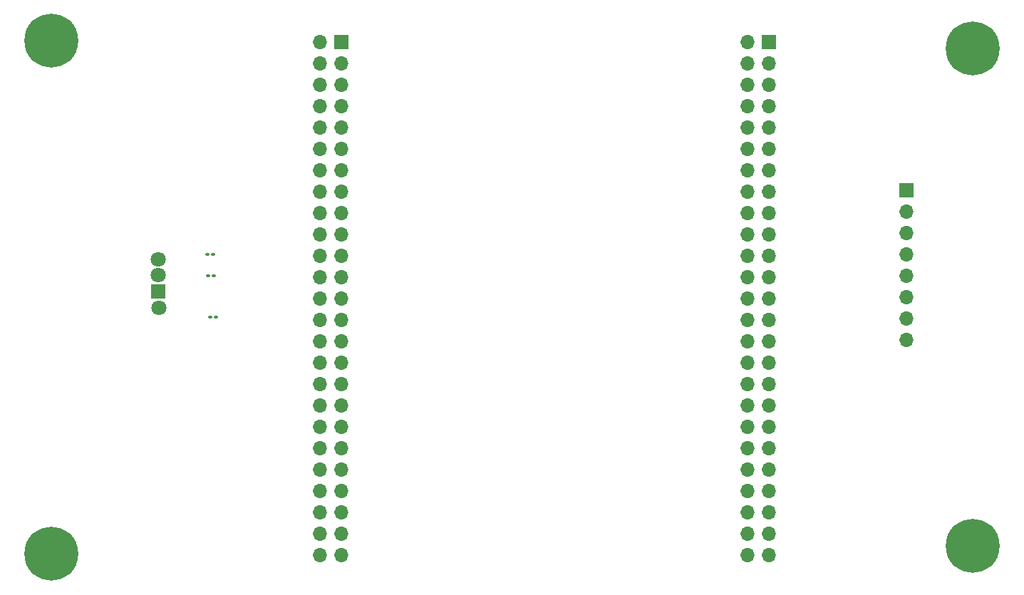
<source format=gbr>
%TF.GenerationSoftware,KiCad,Pcbnew,7.0.2*%
%TF.CreationDate,2023-05-29T16:26:06-06:00*%
%TF.ProjectId,PCB_Design,5043425f-4465-4736-9967-6e2e6b696361,rev?*%
%TF.SameCoordinates,Original*%
%TF.FileFunction,Soldermask,Top*%
%TF.FilePolarity,Negative*%
%FSLAX46Y46*%
G04 Gerber Fmt 4.6, Leading zero omitted, Abs format (unit mm)*
G04 Created by KiCad (PCBNEW 7.0.2) date 2023-05-29 16:26:06*
%MOMM*%
%LPD*%
G01*
G04 APERTURE LIST*
G04 Aperture macros list*
%AMRoundRect*
0 Rectangle with rounded corners*
0 $1 Rounding radius*
0 $2 $3 $4 $5 $6 $7 $8 $9 X,Y pos of 4 corners*
0 Add a 4 corners polygon primitive as box body*
4,1,4,$2,$3,$4,$5,$6,$7,$8,$9,$2,$3,0*
0 Add four circle primitives for the rounded corners*
1,1,$1+$1,$2,$3*
1,1,$1+$1,$4,$5*
1,1,$1+$1,$6,$7*
1,1,$1+$1,$8,$9*
0 Add four rect primitives between the rounded corners*
20,1,$1+$1,$2,$3,$4,$5,0*
20,1,$1+$1,$4,$5,$6,$7,0*
20,1,$1+$1,$6,$7,$8,$9,0*
20,1,$1+$1,$8,$9,$2,$3,0*%
G04 Aperture macros list end*
%ADD10R,1.700000X1.700000*%
%ADD11O,1.700000X1.700000*%
%ADD12C,6.400000*%
%ADD13RoundRect,0.100000X0.130000X0.100000X-0.130000X0.100000X-0.130000X-0.100000X0.130000X-0.100000X0*%
%ADD14R,1.800000X1.800000*%
%ADD15C,1.800000*%
G04 APERTURE END LIST*
D10*
%TO.C,J2*%
X161452400Y-42036200D03*
D11*
X158912400Y-42036200D03*
X161452400Y-44576200D03*
X158912400Y-44576200D03*
X161452400Y-47116200D03*
X158912400Y-47116200D03*
X161452400Y-49656200D03*
X158912400Y-49656200D03*
X161452400Y-52196200D03*
X158912400Y-52196200D03*
X161452400Y-54736200D03*
X158912400Y-54736200D03*
X161452400Y-57276200D03*
X158912400Y-57276200D03*
X161452400Y-59816200D03*
X158912400Y-59816200D03*
X161452400Y-62356200D03*
X158912400Y-62356200D03*
X161452400Y-64896200D03*
X158912400Y-64896200D03*
X161452400Y-67436200D03*
X158912400Y-67436200D03*
X161452400Y-69976200D03*
X158912400Y-69976200D03*
X161452400Y-72516200D03*
X158912400Y-72516200D03*
X161452400Y-75056200D03*
X158912400Y-75056200D03*
X161452400Y-77596200D03*
X158912400Y-77596200D03*
X161452400Y-80136200D03*
X158912400Y-80136200D03*
X161452400Y-82676200D03*
X158912400Y-82676200D03*
X161452400Y-85216200D03*
X158912400Y-85216200D03*
X161452400Y-87756200D03*
X158912400Y-87756200D03*
X161452400Y-90296200D03*
X158912400Y-90296200D03*
X161452400Y-92836200D03*
X158912400Y-92836200D03*
X161452400Y-95376200D03*
X158912400Y-95376200D03*
X161452400Y-97916200D03*
X158912400Y-97916200D03*
X161452400Y-100456200D03*
X158912400Y-100456200D03*
X161452400Y-102996200D03*
X158912400Y-102996200D03*
%TD*%
D12*
%TO.C,H3*%
X185699400Y-101879400D03*
%TD*%
D13*
%TO.C,R2*%
X95480784Y-69850000D03*
X94840784Y-69850000D03*
%TD*%
%TO.C,R1*%
X95718789Y-74748890D03*
X95078789Y-74748890D03*
%TD*%
D10*
%TO.C,J1*%
X110662400Y-42016200D03*
D11*
X108122400Y-42016200D03*
X110662400Y-44556200D03*
X108122400Y-44556200D03*
X110662400Y-47096200D03*
X108122400Y-47096200D03*
X110662400Y-49636200D03*
X108122400Y-49636200D03*
X110662400Y-52176200D03*
X108122400Y-52176200D03*
X110662400Y-54716200D03*
X108122400Y-54716200D03*
X110662400Y-57256200D03*
X108122400Y-57256200D03*
X110662400Y-59796200D03*
X108122400Y-59796200D03*
X110662400Y-62336200D03*
X108122400Y-62336200D03*
X110662400Y-64876200D03*
X108122400Y-64876200D03*
X110662400Y-67416200D03*
X108122400Y-67416200D03*
X110662400Y-69956200D03*
X108122400Y-69956200D03*
X110662400Y-72496200D03*
X108122400Y-72496200D03*
X110662400Y-75036200D03*
X108122400Y-75036200D03*
X110662400Y-77576200D03*
X108122400Y-77576200D03*
X110662400Y-80116200D03*
X108122400Y-80116200D03*
X110662400Y-82656200D03*
X108122400Y-82656200D03*
X110662400Y-85196200D03*
X108122400Y-85196200D03*
X110662400Y-87736200D03*
X108122400Y-87736200D03*
X110662400Y-90276200D03*
X108122400Y-90276200D03*
X110662400Y-92816200D03*
X108122400Y-92816200D03*
X110662400Y-95356200D03*
X108122400Y-95356200D03*
X110662400Y-97896200D03*
X108122400Y-97896200D03*
X110662400Y-100436200D03*
X108122400Y-100436200D03*
X110662400Y-102976200D03*
X108122400Y-102976200D03*
%TD*%
D14*
%TO.C,RGB_LED*%
X88918969Y-71724712D03*
D15*
X88900000Y-67911878D03*
X88900000Y-69770872D03*
X88956907Y-73602675D03*
%TD*%
D12*
%TO.C,H4*%
X76200000Y-102870000D03*
%TD*%
D13*
%TO.C,R3*%
X95397923Y-67319844D03*
X94757923Y-67319844D03*
%TD*%
D12*
%TO.C,H1*%
X76200000Y-41910000D03*
%TD*%
D10*
%TO.C,RC522*%
X177800000Y-59690000D03*
D11*
X177800000Y-62230000D03*
X177800000Y-64770000D03*
X177800000Y-67310000D03*
X177800000Y-69850000D03*
X177800000Y-72390000D03*
X177800000Y-74930000D03*
X177800000Y-77470000D03*
%TD*%
D12*
%TO.C,H2*%
X185699400Y-42824400D03*
%TD*%
M02*

</source>
